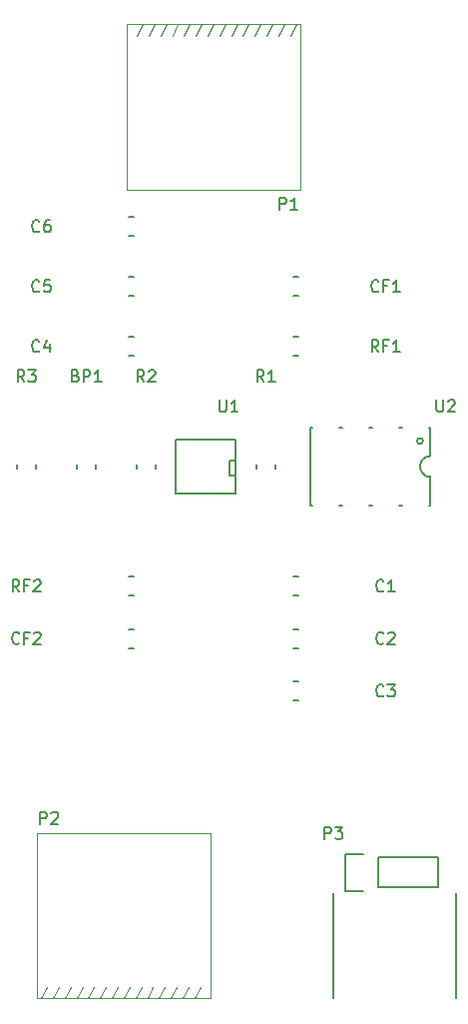
<source format=gbr>
G04 #@! TF.FileFunction,Legend,Top*
%FSLAX46Y46*%
G04 Gerber Fmt 4.6, Leading zero omitted, Abs format (unit mm)*
G04 Created by KiCad (PCBNEW 4.0.5) date Monday, July 31, 2017 'PMt' 03:21:26 PM*
%MOMM*%
%LPD*%
G01*
G04 APERTURE LIST*
%ADD10C,0.150000*%
%ADD11C,0.200000*%
%ADD12C,0.100000*%
G04 APERTURE END LIST*
D10*
D11*
X169164000Y-129540000D02*
X169164000Y-138430000D01*
X158750000Y-129540000D02*
X158750000Y-138430000D01*
D10*
X136994900Y-93345000D02*
X136994900Y-93545660D01*
X136994900Y-93345000D02*
X136994900Y-93144340D01*
X138595100Y-93245940D02*
X138595100Y-93144340D01*
X138595100Y-93144340D02*
X138595100Y-93545660D01*
X155575000Y-102704900D02*
X155374340Y-102704900D01*
X155575000Y-102704900D02*
X155775660Y-102704900D01*
X155674060Y-104305100D02*
X155775660Y-104305100D01*
X155775660Y-104305100D02*
X155374340Y-104305100D01*
X155575000Y-107149900D02*
X155374340Y-107149900D01*
X155575000Y-107149900D02*
X155775660Y-107149900D01*
X155674060Y-108750100D02*
X155775660Y-108750100D01*
X155775660Y-108750100D02*
X155374340Y-108750100D01*
X155575000Y-111594900D02*
X155374340Y-111594900D01*
X155575000Y-111594900D02*
X155775660Y-111594900D01*
X155674060Y-113195100D02*
X155775660Y-113195100D01*
X155775660Y-113195100D02*
X155374340Y-113195100D01*
X141605000Y-83985100D02*
X141805660Y-83985100D01*
X141605000Y-83985100D02*
X141404340Y-83985100D01*
X141505940Y-82384900D02*
X141404340Y-82384900D01*
X141404340Y-82384900D02*
X141805660Y-82384900D01*
X141605000Y-78905100D02*
X141805660Y-78905100D01*
X141605000Y-78905100D02*
X141404340Y-78905100D01*
X141505940Y-77304900D02*
X141404340Y-77304900D01*
X141404340Y-77304900D02*
X141805660Y-77304900D01*
X141605000Y-73825100D02*
X141805660Y-73825100D01*
X141605000Y-73825100D02*
X141404340Y-73825100D01*
X141505940Y-72224900D02*
X141404340Y-72224900D01*
X141404340Y-72224900D02*
X141805660Y-72224900D01*
X155575000Y-77304900D02*
X155374340Y-77304900D01*
X155575000Y-77304900D02*
X155775660Y-77304900D01*
X155674060Y-78905100D02*
X155775660Y-78905100D01*
X155775660Y-78905100D02*
X155374340Y-78905100D01*
X141605000Y-107149900D02*
X141404340Y-107149900D01*
X141605000Y-107149900D02*
X141805660Y-107149900D01*
X141704060Y-108750100D02*
X141805660Y-108750100D01*
X141805660Y-108750100D02*
X141404340Y-108750100D01*
X162560000Y-129032000D02*
X167640000Y-129032000D01*
X167640000Y-129032000D02*
X167640000Y-126492000D01*
X167640000Y-126492000D02*
X162560000Y-126492000D01*
X159740000Y-126212000D02*
X161290000Y-126212000D01*
X162560000Y-126492000D02*
X162560000Y-129032000D01*
X161290000Y-129312000D02*
X159740000Y-129312000D01*
X159740000Y-129312000D02*
X159740000Y-126212000D01*
X153835100Y-93345000D02*
X153835100Y-93144340D01*
X153835100Y-93345000D02*
X153835100Y-93545660D01*
X152234900Y-93444060D02*
X152234900Y-93545660D01*
X152234900Y-93545660D02*
X152234900Y-93144340D01*
X143675100Y-93345000D02*
X143675100Y-93144340D01*
X143675100Y-93345000D02*
X143675100Y-93545660D01*
X142074900Y-93444060D02*
X142074900Y-93545660D01*
X142074900Y-93545660D02*
X142074900Y-93144340D01*
X133515100Y-93345000D02*
X133515100Y-93144340D01*
X133515100Y-93345000D02*
X133515100Y-93545660D01*
X131914900Y-93444060D02*
X131914900Y-93545660D01*
X131914900Y-93545660D02*
X131914900Y-93144340D01*
X155575000Y-82384900D02*
X155374340Y-82384900D01*
X155575000Y-82384900D02*
X155775660Y-82384900D01*
X155674060Y-83985100D02*
X155775660Y-83985100D01*
X155775660Y-83985100D02*
X155374340Y-83985100D01*
X141605000Y-102704900D02*
X141404340Y-102704900D01*
X141605000Y-102704900D02*
X141805660Y-102704900D01*
X141704060Y-104305100D02*
X141805660Y-104305100D01*
X141805660Y-104305100D02*
X141404340Y-104305100D01*
X150495000Y-95631000D02*
X145415000Y-95631000D01*
X145415000Y-95631000D02*
X145415000Y-91059000D01*
X145415000Y-91059000D02*
X150495000Y-91059000D01*
X150495000Y-91059000D02*
X150495000Y-95631000D01*
X150495000Y-94107000D02*
X149987000Y-94107000D01*
X149987000Y-94107000D02*
X149987000Y-92837000D01*
X149987000Y-92837000D02*
X150495000Y-92837000D01*
X167005000Y-92456000D02*
X167005000Y-90043000D01*
X167005000Y-94234000D02*
X167005000Y-96647000D01*
X167005000Y-92456000D02*
G75*
G03X166116000Y-93345000I0J-889000D01*
G01*
X166116000Y-93345000D02*
G75*
G03X167005000Y-94234000I889000J0D01*
G01*
X166370000Y-91186000D02*
G75*
G03X166370000Y-91186000I-254000J0D01*
G01*
X156845000Y-90043000D02*
X156972000Y-90043000D01*
X159512000Y-90043000D02*
X159258000Y-90043000D01*
X162052000Y-90043000D02*
X161798000Y-90043000D01*
X164592000Y-90043000D02*
X164338000Y-90043000D01*
X167005000Y-90043000D02*
X166878000Y-90043000D01*
X167005000Y-96647000D02*
X166878000Y-96647000D01*
X156845000Y-96647000D02*
X156972000Y-96647000D01*
X159512000Y-96647000D02*
X159258000Y-96647000D01*
X162052000Y-96647000D02*
X161798000Y-96647000D01*
X164592000Y-96647000D02*
X164338000Y-96647000D01*
X156845000Y-90043000D02*
X156845000Y-96647000D01*
D12*
X142590000Y-55880000D02*
X142090000Y-56880000D01*
X143590000Y-55880000D02*
X143090000Y-56880000D01*
X144590000Y-55880000D02*
X144090000Y-56880000D01*
X145590000Y-55880000D02*
X145090000Y-56880000D01*
X146590000Y-55880000D02*
X146090000Y-56880000D01*
X147590000Y-55880000D02*
X147090000Y-56880000D01*
X148590000Y-55880000D02*
X148090000Y-56880000D01*
X149590000Y-55880000D02*
X149090000Y-56880000D01*
X150590000Y-55880000D02*
X150090000Y-56880000D01*
X151590000Y-55880000D02*
X151090000Y-56880000D01*
X152590000Y-55880000D02*
X152090000Y-56880000D01*
X153590000Y-55880000D02*
X153090000Y-56880000D01*
X154590000Y-55880000D02*
X154090000Y-56880000D01*
X155590000Y-55880000D02*
X155090000Y-56880000D01*
X155940000Y-69880000D02*
X141240000Y-69880000D01*
X141240000Y-55880000D02*
X141240000Y-69880000D01*
X155940000Y-55880000D02*
X155940000Y-69880000D01*
X155940000Y-55880000D02*
X141240000Y-55880000D01*
X146970000Y-138430000D02*
X147470000Y-137430000D01*
X145970000Y-138430000D02*
X146470000Y-137430000D01*
X144970000Y-138430000D02*
X145470000Y-137430000D01*
X143970000Y-138430000D02*
X144470000Y-137430000D01*
X142970000Y-138430000D02*
X143470000Y-137430000D01*
X141970000Y-138430000D02*
X142470000Y-137430000D01*
X140970000Y-138430000D02*
X141470000Y-137430000D01*
X139970000Y-138430000D02*
X140470000Y-137430000D01*
X138970000Y-138430000D02*
X139470000Y-137430000D01*
X137970000Y-138430000D02*
X138470000Y-137430000D01*
X136970000Y-138430000D02*
X137470000Y-137430000D01*
X135970000Y-138430000D02*
X136470000Y-137430000D01*
X134970000Y-138430000D02*
X135470000Y-137430000D01*
X133970000Y-138430000D02*
X134470000Y-137430000D01*
X133620000Y-124430000D02*
X148320000Y-124430000D01*
X148320000Y-138430000D02*
X148320000Y-124430000D01*
X133620000Y-138430000D02*
X133620000Y-124430000D01*
X133620000Y-138430000D02*
X148320000Y-138430000D01*
D10*
X136890239Y-85653571D02*
X137033096Y-85701190D01*
X137080715Y-85748810D01*
X137128334Y-85844048D01*
X137128334Y-85986905D01*
X137080715Y-86082143D01*
X137033096Y-86129762D01*
X136937858Y-86177381D01*
X136556905Y-86177381D01*
X136556905Y-85177381D01*
X136890239Y-85177381D01*
X136985477Y-85225000D01*
X137033096Y-85272619D01*
X137080715Y-85367857D01*
X137080715Y-85463095D01*
X137033096Y-85558333D01*
X136985477Y-85605952D01*
X136890239Y-85653571D01*
X136556905Y-85653571D01*
X137556905Y-86177381D02*
X137556905Y-85177381D01*
X137937858Y-85177381D01*
X138033096Y-85225000D01*
X138080715Y-85272619D01*
X138128334Y-85367857D01*
X138128334Y-85510714D01*
X138080715Y-85605952D01*
X138033096Y-85653571D01*
X137937858Y-85701190D01*
X137556905Y-85701190D01*
X139080715Y-86177381D02*
X138509286Y-86177381D01*
X138795000Y-86177381D02*
X138795000Y-85177381D01*
X138699762Y-85320238D01*
X138604524Y-85415476D01*
X138509286Y-85463095D01*
X163028334Y-103862143D02*
X162980715Y-103909762D01*
X162837858Y-103957381D01*
X162742620Y-103957381D01*
X162599762Y-103909762D01*
X162504524Y-103814524D01*
X162456905Y-103719286D01*
X162409286Y-103528810D01*
X162409286Y-103385952D01*
X162456905Y-103195476D01*
X162504524Y-103100238D01*
X162599762Y-103005000D01*
X162742620Y-102957381D01*
X162837858Y-102957381D01*
X162980715Y-103005000D01*
X163028334Y-103052619D01*
X163980715Y-103957381D02*
X163409286Y-103957381D01*
X163695000Y-103957381D02*
X163695000Y-102957381D01*
X163599762Y-103100238D01*
X163504524Y-103195476D01*
X163409286Y-103243095D01*
X163028334Y-108307143D02*
X162980715Y-108354762D01*
X162837858Y-108402381D01*
X162742620Y-108402381D01*
X162599762Y-108354762D01*
X162504524Y-108259524D01*
X162456905Y-108164286D01*
X162409286Y-107973810D01*
X162409286Y-107830952D01*
X162456905Y-107640476D01*
X162504524Y-107545238D01*
X162599762Y-107450000D01*
X162742620Y-107402381D01*
X162837858Y-107402381D01*
X162980715Y-107450000D01*
X163028334Y-107497619D01*
X163409286Y-107497619D02*
X163456905Y-107450000D01*
X163552143Y-107402381D01*
X163790239Y-107402381D01*
X163885477Y-107450000D01*
X163933096Y-107497619D01*
X163980715Y-107592857D01*
X163980715Y-107688095D01*
X163933096Y-107830952D01*
X163361667Y-108402381D01*
X163980715Y-108402381D01*
X163028334Y-112752143D02*
X162980715Y-112799762D01*
X162837858Y-112847381D01*
X162742620Y-112847381D01*
X162599762Y-112799762D01*
X162504524Y-112704524D01*
X162456905Y-112609286D01*
X162409286Y-112418810D01*
X162409286Y-112275952D01*
X162456905Y-112085476D01*
X162504524Y-111990238D01*
X162599762Y-111895000D01*
X162742620Y-111847381D01*
X162837858Y-111847381D01*
X162980715Y-111895000D01*
X163028334Y-111942619D01*
X163361667Y-111847381D02*
X163980715Y-111847381D01*
X163647381Y-112228333D01*
X163790239Y-112228333D01*
X163885477Y-112275952D01*
X163933096Y-112323571D01*
X163980715Y-112418810D01*
X163980715Y-112656905D01*
X163933096Y-112752143D01*
X163885477Y-112799762D01*
X163790239Y-112847381D01*
X163504524Y-112847381D01*
X163409286Y-112799762D01*
X163361667Y-112752143D01*
X133818334Y-83542143D02*
X133770715Y-83589762D01*
X133627858Y-83637381D01*
X133532620Y-83637381D01*
X133389762Y-83589762D01*
X133294524Y-83494524D01*
X133246905Y-83399286D01*
X133199286Y-83208810D01*
X133199286Y-83065952D01*
X133246905Y-82875476D01*
X133294524Y-82780238D01*
X133389762Y-82685000D01*
X133532620Y-82637381D01*
X133627858Y-82637381D01*
X133770715Y-82685000D01*
X133818334Y-82732619D01*
X134675477Y-82970714D02*
X134675477Y-83637381D01*
X134437381Y-82589762D02*
X134199286Y-83304048D01*
X134818334Y-83304048D01*
X133818334Y-78462143D02*
X133770715Y-78509762D01*
X133627858Y-78557381D01*
X133532620Y-78557381D01*
X133389762Y-78509762D01*
X133294524Y-78414524D01*
X133246905Y-78319286D01*
X133199286Y-78128810D01*
X133199286Y-77985952D01*
X133246905Y-77795476D01*
X133294524Y-77700238D01*
X133389762Y-77605000D01*
X133532620Y-77557381D01*
X133627858Y-77557381D01*
X133770715Y-77605000D01*
X133818334Y-77652619D01*
X134723096Y-77557381D02*
X134246905Y-77557381D01*
X134199286Y-78033571D01*
X134246905Y-77985952D01*
X134342143Y-77938333D01*
X134580239Y-77938333D01*
X134675477Y-77985952D01*
X134723096Y-78033571D01*
X134770715Y-78128810D01*
X134770715Y-78366905D01*
X134723096Y-78462143D01*
X134675477Y-78509762D01*
X134580239Y-78557381D01*
X134342143Y-78557381D01*
X134246905Y-78509762D01*
X134199286Y-78462143D01*
X133818334Y-73382143D02*
X133770715Y-73429762D01*
X133627858Y-73477381D01*
X133532620Y-73477381D01*
X133389762Y-73429762D01*
X133294524Y-73334524D01*
X133246905Y-73239286D01*
X133199286Y-73048810D01*
X133199286Y-72905952D01*
X133246905Y-72715476D01*
X133294524Y-72620238D01*
X133389762Y-72525000D01*
X133532620Y-72477381D01*
X133627858Y-72477381D01*
X133770715Y-72525000D01*
X133818334Y-72572619D01*
X134675477Y-72477381D02*
X134485000Y-72477381D01*
X134389762Y-72525000D01*
X134342143Y-72572619D01*
X134246905Y-72715476D01*
X134199286Y-72905952D01*
X134199286Y-73286905D01*
X134246905Y-73382143D01*
X134294524Y-73429762D01*
X134389762Y-73477381D01*
X134580239Y-73477381D01*
X134675477Y-73429762D01*
X134723096Y-73382143D01*
X134770715Y-73286905D01*
X134770715Y-73048810D01*
X134723096Y-72953571D01*
X134675477Y-72905952D01*
X134580239Y-72858333D01*
X134389762Y-72858333D01*
X134294524Y-72905952D01*
X134246905Y-72953571D01*
X134199286Y-73048810D01*
X162599762Y-78462143D02*
X162552143Y-78509762D01*
X162409286Y-78557381D01*
X162314048Y-78557381D01*
X162171190Y-78509762D01*
X162075952Y-78414524D01*
X162028333Y-78319286D01*
X161980714Y-78128810D01*
X161980714Y-77985952D01*
X162028333Y-77795476D01*
X162075952Y-77700238D01*
X162171190Y-77605000D01*
X162314048Y-77557381D01*
X162409286Y-77557381D01*
X162552143Y-77605000D01*
X162599762Y-77652619D01*
X163361667Y-78033571D02*
X163028333Y-78033571D01*
X163028333Y-78557381D02*
X163028333Y-77557381D01*
X163504524Y-77557381D01*
X164409286Y-78557381D02*
X163837857Y-78557381D01*
X164123571Y-78557381D02*
X164123571Y-77557381D01*
X164028333Y-77700238D01*
X163933095Y-77795476D01*
X163837857Y-77843095D01*
X132119762Y-108307143D02*
X132072143Y-108354762D01*
X131929286Y-108402381D01*
X131834048Y-108402381D01*
X131691190Y-108354762D01*
X131595952Y-108259524D01*
X131548333Y-108164286D01*
X131500714Y-107973810D01*
X131500714Y-107830952D01*
X131548333Y-107640476D01*
X131595952Y-107545238D01*
X131691190Y-107450000D01*
X131834048Y-107402381D01*
X131929286Y-107402381D01*
X132072143Y-107450000D01*
X132119762Y-107497619D01*
X132881667Y-107878571D02*
X132548333Y-107878571D01*
X132548333Y-108402381D02*
X132548333Y-107402381D01*
X133024524Y-107402381D01*
X133357857Y-107497619D02*
X133405476Y-107450000D01*
X133500714Y-107402381D01*
X133738810Y-107402381D01*
X133834048Y-107450000D01*
X133881667Y-107497619D01*
X133929286Y-107592857D01*
X133929286Y-107688095D01*
X133881667Y-107830952D01*
X133310238Y-108402381D01*
X133929286Y-108402381D01*
X158011905Y-124912381D02*
X158011905Y-123912381D01*
X158392858Y-123912381D01*
X158488096Y-123960000D01*
X158535715Y-124007619D01*
X158583334Y-124102857D01*
X158583334Y-124245714D01*
X158535715Y-124340952D01*
X158488096Y-124388571D01*
X158392858Y-124436190D01*
X158011905Y-124436190D01*
X158916667Y-123912381D02*
X159535715Y-123912381D01*
X159202381Y-124293333D01*
X159345239Y-124293333D01*
X159440477Y-124340952D01*
X159488096Y-124388571D01*
X159535715Y-124483810D01*
X159535715Y-124721905D01*
X159488096Y-124817143D01*
X159440477Y-124864762D01*
X159345239Y-124912381D01*
X159059524Y-124912381D01*
X158964286Y-124864762D01*
X158916667Y-124817143D01*
X152868334Y-86177381D02*
X152535000Y-85701190D01*
X152296905Y-86177381D02*
X152296905Y-85177381D01*
X152677858Y-85177381D01*
X152773096Y-85225000D01*
X152820715Y-85272619D01*
X152868334Y-85367857D01*
X152868334Y-85510714D01*
X152820715Y-85605952D01*
X152773096Y-85653571D01*
X152677858Y-85701190D01*
X152296905Y-85701190D01*
X153820715Y-86177381D02*
X153249286Y-86177381D01*
X153535000Y-86177381D02*
X153535000Y-85177381D01*
X153439762Y-85320238D01*
X153344524Y-85415476D01*
X153249286Y-85463095D01*
X142708334Y-86177381D02*
X142375000Y-85701190D01*
X142136905Y-86177381D02*
X142136905Y-85177381D01*
X142517858Y-85177381D01*
X142613096Y-85225000D01*
X142660715Y-85272619D01*
X142708334Y-85367857D01*
X142708334Y-85510714D01*
X142660715Y-85605952D01*
X142613096Y-85653571D01*
X142517858Y-85701190D01*
X142136905Y-85701190D01*
X143089286Y-85272619D02*
X143136905Y-85225000D01*
X143232143Y-85177381D01*
X143470239Y-85177381D01*
X143565477Y-85225000D01*
X143613096Y-85272619D01*
X143660715Y-85367857D01*
X143660715Y-85463095D01*
X143613096Y-85605952D01*
X143041667Y-86177381D01*
X143660715Y-86177381D01*
X132548334Y-86177381D02*
X132215000Y-85701190D01*
X131976905Y-86177381D02*
X131976905Y-85177381D01*
X132357858Y-85177381D01*
X132453096Y-85225000D01*
X132500715Y-85272619D01*
X132548334Y-85367857D01*
X132548334Y-85510714D01*
X132500715Y-85605952D01*
X132453096Y-85653571D01*
X132357858Y-85701190D01*
X131976905Y-85701190D01*
X132881667Y-85177381D02*
X133500715Y-85177381D01*
X133167381Y-85558333D01*
X133310239Y-85558333D01*
X133405477Y-85605952D01*
X133453096Y-85653571D01*
X133500715Y-85748810D01*
X133500715Y-85986905D01*
X133453096Y-86082143D01*
X133405477Y-86129762D01*
X133310239Y-86177381D01*
X133024524Y-86177381D01*
X132929286Y-86129762D01*
X132881667Y-86082143D01*
X162599762Y-83637381D02*
X162266428Y-83161190D01*
X162028333Y-83637381D02*
X162028333Y-82637381D01*
X162409286Y-82637381D01*
X162504524Y-82685000D01*
X162552143Y-82732619D01*
X162599762Y-82827857D01*
X162599762Y-82970714D01*
X162552143Y-83065952D01*
X162504524Y-83113571D01*
X162409286Y-83161190D01*
X162028333Y-83161190D01*
X163361667Y-83113571D02*
X163028333Y-83113571D01*
X163028333Y-83637381D02*
X163028333Y-82637381D01*
X163504524Y-82637381D01*
X164409286Y-83637381D02*
X163837857Y-83637381D01*
X164123571Y-83637381D02*
X164123571Y-82637381D01*
X164028333Y-82780238D01*
X163933095Y-82875476D01*
X163837857Y-82923095D01*
X132119762Y-103957381D02*
X131786428Y-103481190D01*
X131548333Y-103957381D02*
X131548333Y-102957381D01*
X131929286Y-102957381D01*
X132024524Y-103005000D01*
X132072143Y-103052619D01*
X132119762Y-103147857D01*
X132119762Y-103290714D01*
X132072143Y-103385952D01*
X132024524Y-103433571D01*
X131929286Y-103481190D01*
X131548333Y-103481190D01*
X132881667Y-103433571D02*
X132548333Y-103433571D01*
X132548333Y-103957381D02*
X132548333Y-102957381D01*
X133024524Y-102957381D01*
X133357857Y-103052619D02*
X133405476Y-103005000D01*
X133500714Y-102957381D01*
X133738810Y-102957381D01*
X133834048Y-103005000D01*
X133881667Y-103052619D01*
X133929286Y-103147857D01*
X133929286Y-103243095D01*
X133881667Y-103385952D01*
X133310238Y-103957381D01*
X133929286Y-103957381D01*
X149098095Y-87717381D02*
X149098095Y-88526905D01*
X149145714Y-88622143D01*
X149193333Y-88669762D01*
X149288571Y-88717381D01*
X149479048Y-88717381D01*
X149574286Y-88669762D01*
X149621905Y-88622143D01*
X149669524Y-88526905D01*
X149669524Y-87717381D01*
X150669524Y-88717381D02*
X150098095Y-88717381D01*
X150383809Y-88717381D02*
X150383809Y-87717381D01*
X150288571Y-87860238D01*
X150193333Y-87955476D01*
X150098095Y-88003095D01*
X167513095Y-87717381D02*
X167513095Y-88526905D01*
X167560714Y-88622143D01*
X167608333Y-88669762D01*
X167703571Y-88717381D01*
X167894048Y-88717381D01*
X167989286Y-88669762D01*
X168036905Y-88622143D01*
X168084524Y-88526905D01*
X168084524Y-87717381D01*
X168513095Y-87812619D02*
X168560714Y-87765000D01*
X168655952Y-87717381D01*
X168894048Y-87717381D01*
X168989286Y-87765000D01*
X169036905Y-87812619D01*
X169084524Y-87907857D01*
X169084524Y-88003095D01*
X169036905Y-88145952D01*
X168465476Y-88717381D01*
X169084524Y-88717381D01*
X154201905Y-71572381D02*
X154201905Y-70572381D01*
X154582858Y-70572381D01*
X154678096Y-70620000D01*
X154725715Y-70667619D01*
X154773334Y-70762857D01*
X154773334Y-70905714D01*
X154725715Y-71000952D01*
X154678096Y-71048571D01*
X154582858Y-71096190D01*
X154201905Y-71096190D01*
X155725715Y-71572381D02*
X155154286Y-71572381D01*
X155440000Y-71572381D02*
X155440000Y-70572381D01*
X155344762Y-70715238D01*
X155249524Y-70810476D01*
X155154286Y-70858095D01*
X133881905Y-123642381D02*
X133881905Y-122642381D01*
X134262858Y-122642381D01*
X134358096Y-122690000D01*
X134405715Y-122737619D01*
X134453334Y-122832857D01*
X134453334Y-122975714D01*
X134405715Y-123070952D01*
X134358096Y-123118571D01*
X134262858Y-123166190D01*
X133881905Y-123166190D01*
X134834286Y-122737619D02*
X134881905Y-122690000D01*
X134977143Y-122642381D01*
X135215239Y-122642381D01*
X135310477Y-122690000D01*
X135358096Y-122737619D01*
X135405715Y-122832857D01*
X135405715Y-122928095D01*
X135358096Y-123070952D01*
X134786667Y-123642381D01*
X135405715Y-123642381D01*
M02*

</source>
